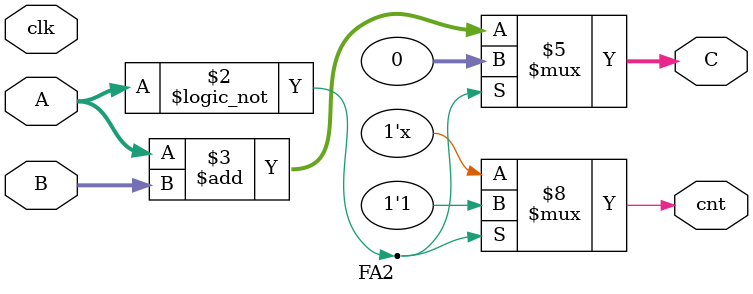
<source format=v>
/**
 * @file FA2.v
 * @brief 32-bit Full Adder module with control signal in Verilog.
 * @author Shima Baniadamdizaj
 * @email baniadam.shima@gmail.com
 */

module FA2(
  input [31:0] A, ///< 32-bit input operand A
  input [31:0] B, ///< 32-bit input operand B
  input clk,      ///< Clock input
  output reg cnt, ///< Control signal
  output reg [31:0] C ///< 32-bit output result
);

  // Initial block to check for a special case and set initial values
  initial
  begin
    if (A == 32'h00000000)
    begin
      cnt = 1;         // Set control signal
      C = 32'h00000000; // Result is zero
    end
    else
      C = (A + B); // Default operation is addition
  end

endmodule

</source>
